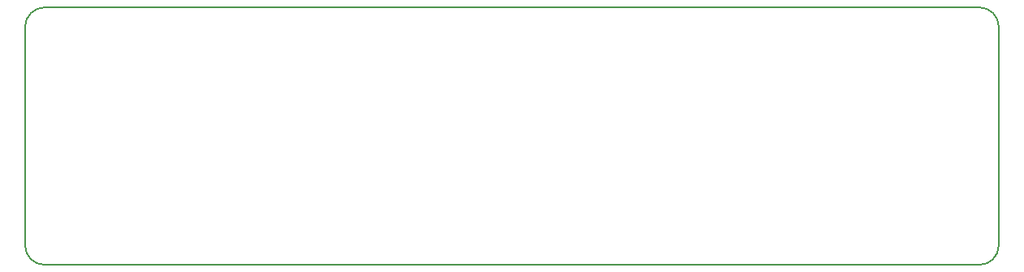
<source format=gbr>
%TF.GenerationSoftware,KiCad,Pcbnew,(6.0.2)*%
%TF.CreationDate,2022-03-31T19:26:32+11:00*%
%TF.ProjectId,Liaka_V3,4c69616b-615f-4563-932e-6b696361645f,2.0*%
%TF.SameCoordinates,Original*%
%TF.FileFunction,Profile,NP*%
%FSLAX46Y46*%
G04 Gerber Fmt 4.6, Leading zero omitted, Abs format (unit mm)*
G04 Created by KiCad (PCBNEW (6.0.2)) date 2022-03-31 19:26:32*
%MOMM*%
%LPD*%
G01*
G04 APERTURE LIST*
%TA.AperFunction,Profile*%
%ADD10C,0.150000*%
%TD*%
G04 APERTURE END LIST*
D10*
X206248000Y-108204000D02*
G75*
G03*
X208280000Y-106172000I0J2032000D01*
G01*
X108712000Y-81280000D02*
X206248000Y-81280000D01*
X106680000Y-83312000D02*
X106680000Y-106172000D01*
X106680000Y-106172000D02*
G75*
G03*
X108712000Y-108204000I2032000J0D01*
G01*
X108712000Y-108204000D02*
X206248000Y-108204000D01*
X208280000Y-83312000D02*
G75*
G03*
X206248000Y-81280000I-2032000J0D01*
G01*
X108712000Y-81280000D02*
G75*
G03*
X106680000Y-83312000I0J-2032000D01*
G01*
X208280000Y-83312000D02*
X208280000Y-106172000D01*
M02*

</source>
